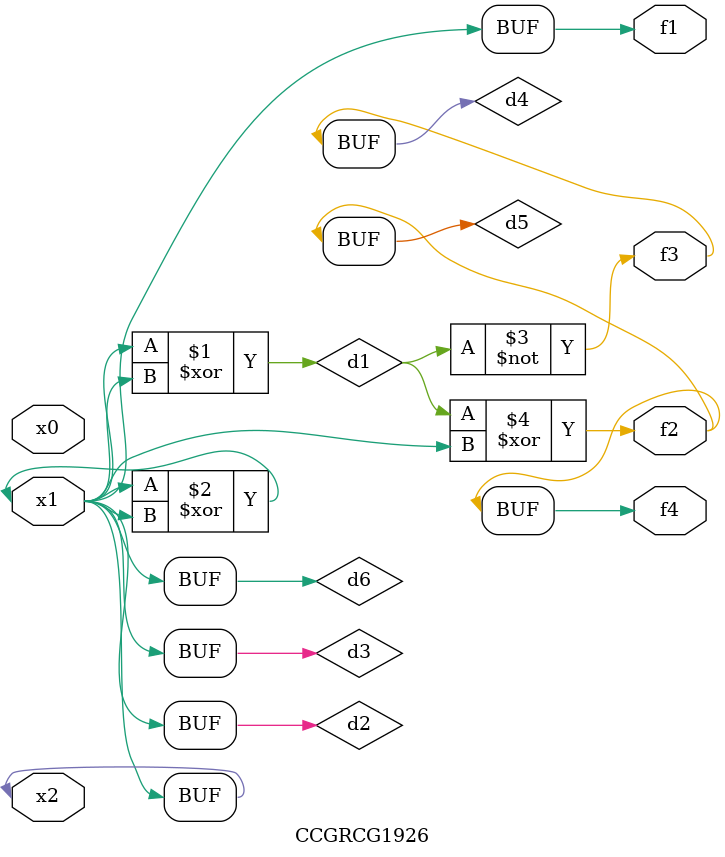
<source format=v>
module CCGRCG1926(
	input x0, x1, x2,
	output f1, f2, f3, f4
);

	wire d1, d2, d3, d4, d5, d6;

	xor (d1, x1, x2);
	buf (d2, x1, x2);
	xor (d3, x1, x2);
	nor (d4, d1);
	xor (d5, d1, d2);
	buf (d6, d2, d3);
	assign f1 = d6;
	assign f2 = d5;
	assign f3 = d4;
	assign f4 = d5;
endmodule

</source>
